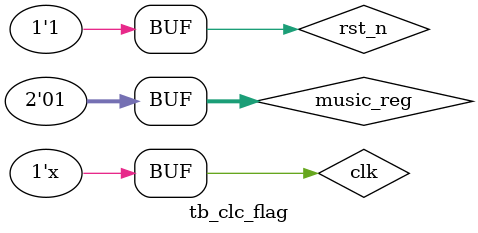
<source format=v>
`timescale 1ns/1ns
module tb_clc_flag;

reg         clk;
reg         rst_n;
reg [1:0]   music_reg;
wire        cnt_clc;


initial begin
    clk <= 1'b0;
    rst_n <= 1'b0;
    #20
    rst_n <= 1'b1;
    music_reg <= 2'd1;
    #200
    music_reg <= 2'd2;
    #80
    music_reg <= 2'd3;
    #80
    music_reg <= 2'd2;
    #80
    music_reg <= 2'd1;
end


always  begin
    #10
    clk <= ~clk; 
end


clc_flag clc_flag_inst
(
    .clk        (clk)     ,
    .rst_n      (rst_n)     ,
    .music_reg  (music_reg)     ,
    .cnt_clc    (cnt_clc)      
);

endmodule //Untitled-2
</source>
